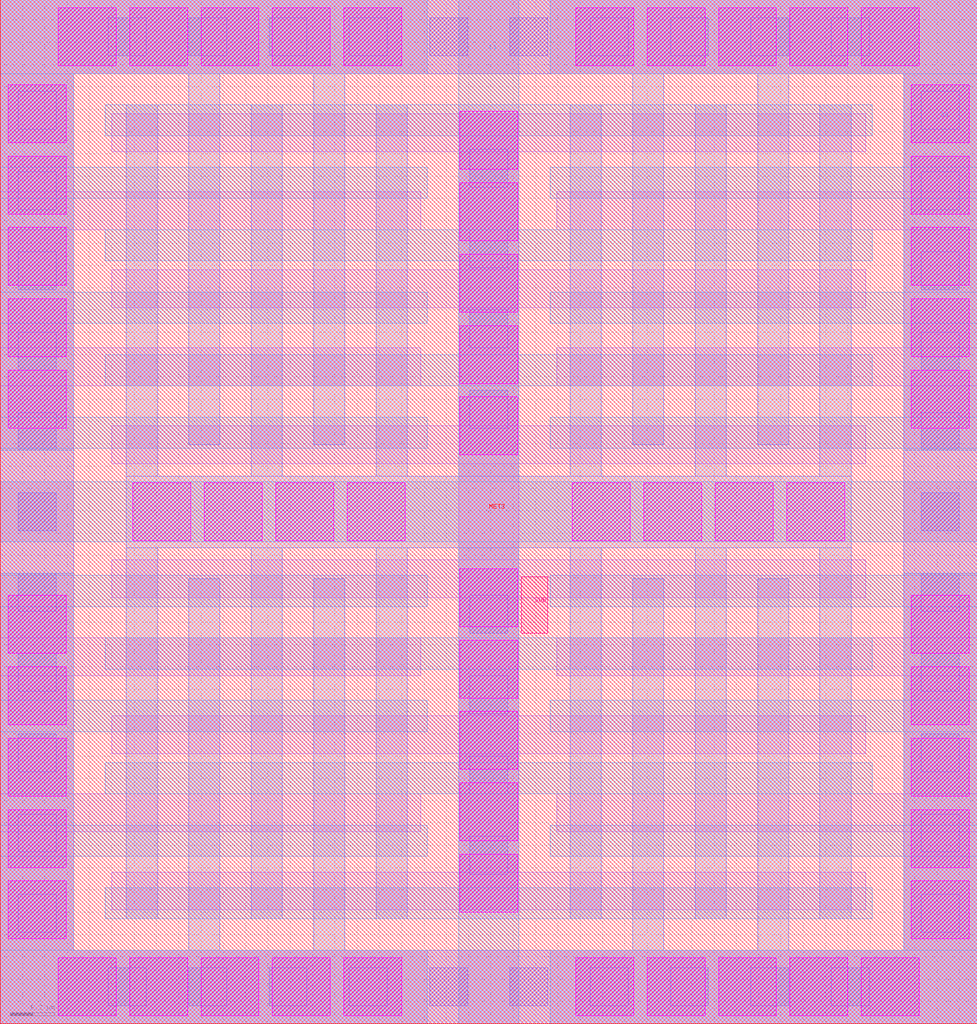
<source format=lef>
# Copyright 2020 The SkyWater PDK Authors
#
# Licensed under the Apache License, Version 2.0 (the "License");
# you may not use this file except in compliance with the License.
# You may obtain a copy of the License at
#
#     https://www.apache.org/licenses/LICENSE-2.0
#
# Unless required by applicable law or agreed to in writing, software
# distributed under the License is distributed on an "AS IS" BASIS,
# WITHOUT WARRANTIES OR CONDITIONS OF ANY KIND, either express or implied.
# See the License for the specific language governing permissions and
# limitations under the License.
#
# SPDX-License-Identifier: Apache-2.0

VERSION 5.7 ;
  NOWIREEXTENSIONATPIN ON ;
  DIVIDERCHAR "/" ;
  BUSBITCHARS "[]" ;
MACRO sky130_fd_pr__cap_vpp_04p4x04p6_l1m1m2_shieldpo_floatm3
  CLASS BLOCK ;
  FOREIGN sky130_fd_pr__cap_vpp_04p4x04p6_l1m1m2_shieldpo_floatm3 ;
  ORIGIN  0.000000  0.000000 ;
  SIZE  4.380000 BY  4.590000 ;
  PIN C0
    PORT
      LAYER met2 ;
        RECT 0.000000 0.000000 1.915000 0.330000 ;
        RECT 0.000000 0.330000 0.330000 0.750000 ;
        RECT 0.000000 0.750000 1.915000 0.890000 ;
        RECT 0.000000 0.890000 0.330000 1.310000 ;
        RECT 0.000000 1.310000 1.915000 1.450000 ;
        RECT 0.000000 1.450000 0.330000 1.870000 ;
        RECT 0.000000 1.870000 1.915000 2.010000 ;
        RECT 0.000000 2.010000 0.330000 2.020000 ;
        RECT 0.000000 2.570000 0.330000 2.580000 ;
        RECT 0.000000 2.580000 1.915000 2.720000 ;
        RECT 0.000000 2.720000 0.330000 3.140000 ;
        RECT 0.000000 3.140000 1.915000 3.280000 ;
        RECT 0.000000 3.280000 0.330000 3.700000 ;
        RECT 0.000000 3.700000 1.915000 3.840000 ;
        RECT 0.000000 3.840000 0.330000 4.260000 ;
        RECT 0.000000 4.260000 1.915000 4.590000 ;
        RECT 2.465000 0.000000 4.380000 0.330000 ;
        RECT 2.465000 0.750000 4.380000 0.890000 ;
        RECT 2.465000 1.310000 4.380000 1.450000 ;
        RECT 2.465000 1.870000 4.380000 2.010000 ;
        RECT 2.465000 2.580000 4.380000 2.720000 ;
        RECT 2.465000 3.140000 4.380000 3.280000 ;
        RECT 2.465000 3.700000 4.380000 3.840000 ;
        RECT 2.465000 4.260000 4.380000 4.590000 ;
        RECT 4.050000 0.330000 4.380000 0.750000 ;
        RECT 4.050000 0.890000 4.380000 1.310000 ;
        RECT 4.050000 1.450000 4.380000 1.870000 ;
        RECT 4.050000 2.010000 4.380000 2.020000 ;
        RECT 4.050000 2.570000 4.380000 2.580000 ;
        RECT 4.050000 2.720000 4.380000 3.140000 ;
        RECT 4.050000 3.280000 4.380000 3.700000 ;
        RECT 4.050000 3.840000 4.380000 4.260000 ;
    END
  END C0
  PIN C1
    PORT
      LAYER met2 ;
        RECT 0.000000 2.160000 4.380000 2.430000 ;
        RECT 0.470000 0.470000 3.910000 0.610000 ;
        RECT 0.470000 1.030000 3.910000 1.170000 ;
        RECT 0.470000 1.590000 3.910000 1.730000 ;
        RECT 0.470000 2.860000 3.910000 3.000000 ;
        RECT 0.470000 3.420000 3.910000 3.560000 ;
        RECT 0.470000 3.980000 3.910000 4.120000 ;
        RECT 2.055000 0.000000 2.325000 0.470000 ;
        RECT 2.055000 0.610000 2.325000 1.030000 ;
        RECT 2.055000 1.170000 2.325000 1.590000 ;
        RECT 2.055000 1.730000 2.325000 2.160000 ;
        RECT 2.055000 2.430000 2.325000 2.860000 ;
        RECT 2.055000 3.000000 2.325000 3.420000 ;
        RECT 2.055000 3.560000 2.325000 3.980000 ;
        RECT 2.055000 4.120000 2.325000 4.590000 ;
    END
  END C1
  PIN MET3
    PORT
      LAYER met3 ;
        RECT 0.000000 0.000000 4.380000 4.590000 ;
    END
  END MET3
  PIN SUB
    PORT
      LAYER pwell ;
        RECT 2.335000 1.750000 2.455000 2.005000 ;
    END
  END SUB
  OBS
    LAYER li1 ;
      RECT 0.000000 0.000000 4.380000 0.330000 ;
      RECT 0.000000 0.330000 0.330000 0.860000 ;
      RECT 0.000000 0.860000 1.885000 1.030000 ;
      RECT 0.000000 1.030000 0.330000 1.560000 ;
      RECT 0.000000 1.560000 1.885000 1.730000 ;
      RECT 0.000000 1.730000 0.330000 2.860000 ;
      RECT 0.000000 2.860000 1.885000 3.030000 ;
      RECT 0.000000 3.030000 0.330000 3.560000 ;
      RECT 0.000000 3.560000 1.885000 3.730000 ;
      RECT 0.000000 3.730000 0.330000 4.260000 ;
      RECT 0.000000 4.260000 4.380000 4.590000 ;
      RECT 0.500000 0.510000 3.880000 0.680000 ;
      RECT 0.500000 1.210000 3.880000 1.380000 ;
      RECT 0.500000 1.910000 3.880000 2.080000 ;
      RECT 0.500000 2.510000 3.880000 2.680000 ;
      RECT 0.500000 3.210000 3.880000 3.380000 ;
      RECT 0.500000 3.910000 3.880000 4.080000 ;
      RECT 2.055000 0.680000 2.325000 1.210000 ;
      RECT 2.055000 1.380000 2.325000 1.910000 ;
      RECT 2.055000 2.080000 2.325000 2.510000 ;
      RECT 2.055000 2.680000 2.325000 3.210000 ;
      RECT 2.055000 3.380000 2.325000 3.910000 ;
      RECT 2.495000 0.860000 4.380000 1.030000 ;
      RECT 2.495000 1.560000 4.380000 1.730000 ;
      RECT 2.495000 2.860000 4.380000 3.030000 ;
      RECT 2.495000 3.560000 4.380000 3.730000 ;
      RECT 4.050000 0.330000 4.380000 0.860000 ;
      RECT 4.050000 1.030000 4.380000 1.560000 ;
      RECT 4.050000 1.730000 4.380000 2.860000 ;
      RECT 4.050000 3.030000 4.380000 3.560000 ;
      RECT 4.050000 3.730000 4.380000 4.260000 ;
    LAYER mcon ;
      RECT 0.080000 0.410000 0.250000 0.580000 ;
      RECT 0.080000 0.770000 0.250000 0.940000 ;
      RECT 0.080000 1.130000 0.250000 1.300000 ;
      RECT 0.080000 1.490000 0.250000 1.660000 ;
      RECT 0.080000 1.850000 0.250000 2.020000 ;
      RECT 0.080000 2.210000 0.250000 2.380000 ;
      RECT 0.080000 2.570000 0.250000 2.740000 ;
      RECT 0.080000 2.930000 0.250000 3.100000 ;
      RECT 0.080000 3.290000 0.250000 3.460000 ;
      RECT 0.080000 3.650000 0.250000 3.820000 ;
      RECT 0.080000 4.010000 0.250000 4.180000 ;
      RECT 0.485000 0.080000 0.655000 0.250000 ;
      RECT 0.485000 4.340000 0.655000 4.510000 ;
      RECT 0.845000 0.080000 1.015000 0.250000 ;
      RECT 0.845000 4.340000 1.015000 4.510000 ;
      RECT 1.205000 0.080000 1.375000 0.250000 ;
      RECT 1.205000 4.340000 1.375000 4.510000 ;
      RECT 1.565000 0.080000 1.735000 0.250000 ;
      RECT 1.565000 4.340000 1.735000 4.510000 ;
      RECT 1.925000 0.080000 2.095000 0.250000 ;
      RECT 1.925000 4.340000 2.095000 4.510000 ;
      RECT 2.105000 0.670000 2.275000 0.840000 ;
      RECT 2.105000 1.030000 2.275000 1.200000 ;
      RECT 2.105000 1.390000 2.275000 1.560000 ;
      RECT 2.105000 1.750000 2.275000 1.920000 ;
      RECT 2.105000 2.670000 2.275000 2.840000 ;
      RECT 2.105000 3.030000 2.275000 3.200000 ;
      RECT 2.105000 3.390000 2.275000 3.560000 ;
      RECT 2.105000 3.750000 2.275000 3.920000 ;
      RECT 2.285000 0.080000 2.455000 0.250000 ;
      RECT 2.285000 4.340000 2.455000 4.510000 ;
      RECT 2.645000 0.080000 2.815000 0.250000 ;
      RECT 2.645000 4.340000 2.815000 4.510000 ;
      RECT 3.005000 0.080000 3.175000 0.250000 ;
      RECT 3.005000 4.340000 3.175000 4.510000 ;
      RECT 3.365000 0.080000 3.535000 0.250000 ;
      RECT 3.365000 4.340000 3.535000 4.510000 ;
      RECT 3.725000 0.080000 3.895000 0.250000 ;
      RECT 3.725000 4.340000 3.895000 4.510000 ;
      RECT 4.130000 0.410000 4.300000 0.580000 ;
      RECT 4.130000 0.770000 4.300000 0.940000 ;
      RECT 4.130000 1.130000 4.300000 1.300000 ;
      RECT 4.130000 1.490000 4.300000 1.660000 ;
      RECT 4.130000 1.850000 4.300000 2.020000 ;
      RECT 4.130000 2.210000 4.300000 2.380000 ;
      RECT 4.130000 2.570000 4.300000 2.740000 ;
      RECT 4.130000 2.930000 4.300000 3.100000 ;
      RECT 4.130000 3.290000 4.300000 3.460000 ;
      RECT 4.130000 3.650000 4.300000 3.820000 ;
      RECT 4.130000 4.010000 4.300000 4.180000 ;
    LAYER met1 ;
      RECT 0.000000 0.000000 4.380000 0.330000 ;
      RECT 0.000000 0.330000 0.330000 4.260000 ;
      RECT 0.000000 4.260000 4.380000 4.590000 ;
      RECT 0.565000 0.470000 0.705000 2.135000 ;
      RECT 0.565000 2.135000 3.815000 2.455000 ;
      RECT 0.565000 2.455000 0.705000 4.120000 ;
      RECT 0.845000 0.330000 0.985000 1.995000 ;
      RECT 0.845000 2.595000 0.985000 4.260000 ;
      RECT 1.125000 0.470000 1.265000 2.135000 ;
      RECT 1.125000 2.455000 1.265000 4.120000 ;
      RECT 1.405000 0.330000 1.545000 1.995000 ;
      RECT 1.405000 2.595000 1.545000 4.260000 ;
      RECT 1.685000 0.470000 1.825000 2.135000 ;
      RECT 1.685000 2.455000 1.825000 4.120000 ;
      RECT 2.055000 0.470000 2.325000 2.135000 ;
      RECT 2.055000 2.455000 2.325000 4.120000 ;
      RECT 2.555000 0.470000 2.695000 2.135000 ;
      RECT 2.555000 2.455000 2.695000 4.120000 ;
      RECT 2.835000 0.330000 2.975000 1.995000 ;
      RECT 2.835000 2.595000 2.975000 4.260000 ;
      RECT 3.115000 0.470000 3.255000 2.135000 ;
      RECT 3.115000 2.455000 3.255000 4.120000 ;
      RECT 3.395000 0.330000 3.535000 1.995000 ;
      RECT 3.395000 2.595000 3.535000 4.260000 ;
      RECT 3.675000 0.470000 3.815000 2.135000 ;
      RECT 3.675000 2.455000 3.815000 4.120000 ;
      RECT 4.050000 0.330000 4.380000 4.260000 ;
    LAYER via ;
      RECT 0.035000 0.380000 0.295000 0.640000 ;
      RECT 0.035000 0.700000 0.295000 0.960000 ;
      RECT 0.035000 1.020000 0.295000 1.280000 ;
      RECT 0.035000 1.340000 0.295000 1.600000 ;
      RECT 0.035000 1.660000 0.295000 1.920000 ;
      RECT 0.035000 2.670000 0.295000 2.930000 ;
      RECT 0.035000 2.990000 0.295000 3.250000 ;
      RECT 0.035000 3.310000 0.295000 3.570000 ;
      RECT 0.035000 3.630000 0.295000 3.890000 ;
      RECT 0.035000 3.950000 0.295000 4.210000 ;
      RECT 0.260000 0.035000 0.520000 0.295000 ;
      RECT 0.260000 4.295000 0.520000 4.555000 ;
      RECT 0.580000 0.035000 0.840000 0.295000 ;
      RECT 0.580000 4.295000 0.840000 4.555000 ;
      RECT 0.595000 2.165000 0.855000 2.425000 ;
      RECT 0.900000 0.035000 1.160000 0.295000 ;
      RECT 0.900000 4.295000 1.160000 4.555000 ;
      RECT 0.915000 2.165000 1.175000 2.425000 ;
      RECT 1.220000 0.035000 1.480000 0.295000 ;
      RECT 1.220000 4.295000 1.480000 4.555000 ;
      RECT 1.235000 2.165000 1.495000 2.425000 ;
      RECT 1.540000 0.035000 1.800000 0.295000 ;
      RECT 1.540000 4.295000 1.800000 4.555000 ;
      RECT 1.555000 2.165000 1.815000 2.425000 ;
      RECT 2.060000 0.500000 2.320000 0.760000 ;
      RECT 2.060000 0.820000 2.320000 1.080000 ;
      RECT 2.060000 1.140000 2.320000 1.400000 ;
      RECT 2.060000 1.460000 2.320000 1.720000 ;
      RECT 2.060000 1.780000 2.320000 2.040000 ;
      RECT 2.060000 2.550000 2.320000 2.810000 ;
      RECT 2.060000 2.870000 2.320000 3.130000 ;
      RECT 2.060000 3.190000 2.320000 3.450000 ;
      RECT 2.060000 3.510000 2.320000 3.770000 ;
      RECT 2.060000 3.830000 2.320000 4.090000 ;
      RECT 2.565000 2.165000 2.825000 2.425000 ;
      RECT 2.580000 0.035000 2.840000 0.295000 ;
      RECT 2.580000 4.295000 2.840000 4.555000 ;
      RECT 2.885000 2.165000 3.145000 2.425000 ;
      RECT 2.900000 0.035000 3.160000 0.295000 ;
      RECT 2.900000 4.295000 3.160000 4.555000 ;
      RECT 3.205000 2.165000 3.465000 2.425000 ;
      RECT 3.220000 0.035000 3.480000 0.295000 ;
      RECT 3.220000 4.295000 3.480000 4.555000 ;
      RECT 3.525000 2.165000 3.785000 2.425000 ;
      RECT 3.540000 0.035000 3.800000 0.295000 ;
      RECT 3.540000 4.295000 3.800000 4.555000 ;
      RECT 3.860000 0.035000 4.120000 0.295000 ;
      RECT 3.860000 4.295000 4.120000 4.555000 ;
      RECT 4.085000 0.380000 4.345000 0.640000 ;
      RECT 4.085000 0.700000 4.345000 0.960000 ;
      RECT 4.085000 1.020000 4.345000 1.280000 ;
      RECT 4.085000 1.340000 4.345000 1.600000 ;
      RECT 4.085000 1.660000 4.345000 1.920000 ;
      RECT 4.085000 2.670000 4.345000 2.930000 ;
      RECT 4.085000 2.990000 4.345000 3.250000 ;
      RECT 4.085000 3.310000 4.345000 3.570000 ;
      RECT 4.085000 3.630000 4.345000 3.890000 ;
      RECT 4.085000 3.950000 4.345000 4.210000 ;
  END
END sky130_fd_pr__cap_vpp_04p4x04p6_l1m1m2_shieldpo_floatm3
END LIBRARY

</source>
